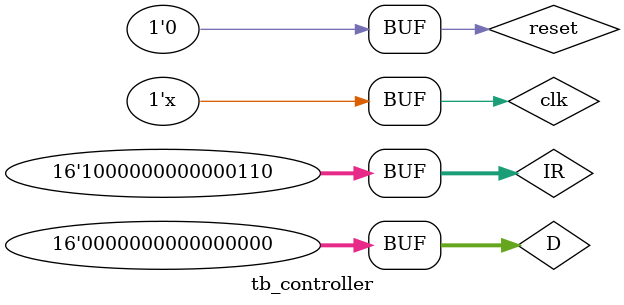
<source format=v>
`timescale 1ns / 1ps


module tb_controller;

	// Inputs
	reg clk;
	reg reset;
	reg [15:0] D;
	reg [15:0] IR;

	// Outputs
	wire [15:0] PC;
	wire [3:0] DA;
	wire [3:0] AA;
	wire [3:0] BA;
	wire [2:0] FS;
	wire MB;
	wire RW;
	wire MW;
	wire [1:0] resultSource;

	// Instantiate the Unit Under Test (UUT)
	cpuController uut (
		.clk(clk), 
		.reset(reset), 
		.D(D), 
		.IR(IR), 
		.PC(PC), 
		.DA(DA), 
		.AA(AA), 
		.BA(BA), 
		.FS(FS), 
		.MB(MB),  
		.RW(RW), 
		.MW(MW), 
		.resultSource(resultSource)
	);

	initial begin
		// Initialize Inputs
		reset = 1;
		clk = 1;
		D = 0;
		IR = 0;
		#10
		reset = 0;
		IR = 16'h8006;

        
		// Add stimulus here

	end
	
	always #10 clk = ~clk;
      
endmodule


</source>
